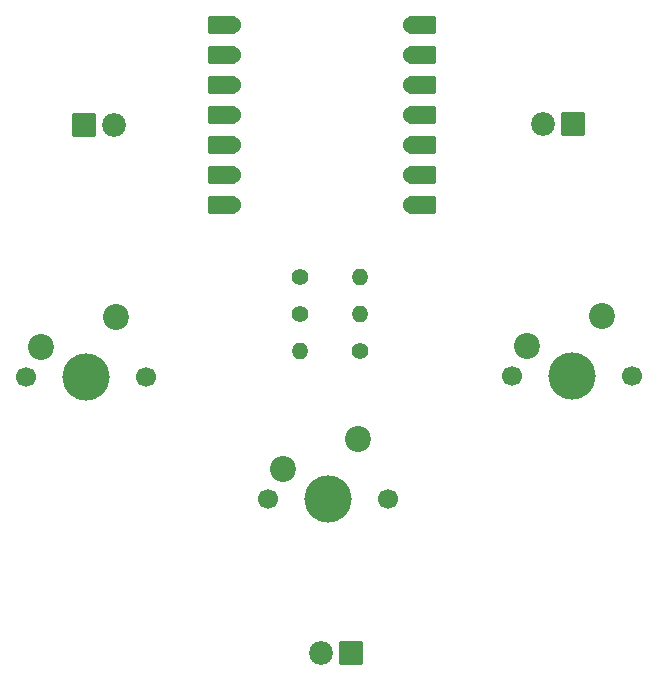
<source format=gbr>
%TF.GenerationSoftware,KiCad,Pcbnew,9.0.3-9.0.3-0~ubuntu24.04.1*%
%TF.CreationDate,2025-07-24T15:31:40-04:00*%
%TF.ProjectId,pathfinder,70617468-6669-46e6-9465-722e6b696361,rev?*%
%TF.SameCoordinates,Original*%
%TF.FileFunction,Soldermask,Top*%
%TF.FilePolarity,Negative*%
%FSLAX46Y46*%
G04 Gerber Fmt 4.6, Leading zero omitted, Abs format (unit mm)*
G04 Created by KiCad (PCBNEW 9.0.3-9.0.3-0~ubuntu24.04.1) date 2025-07-24 15:31:40*
%MOMM*%
%LPD*%
G01*
G04 APERTURE LIST*
G04 Aperture macros list*
%AMRoundRect*
0 Rectangle with rounded corners*
0 $1 Rounding radius*
0 $2 $3 $4 $5 $6 $7 $8 $9 X,Y pos of 4 corners*
0 Add a 4 corners polygon primitive as box body*
4,1,4,$2,$3,$4,$5,$6,$7,$8,$9,$2,$3,0*
0 Add four circle primitives for the rounded corners*
1,1,$1+$1,$2,$3*
1,1,$1+$1,$4,$5*
1,1,$1+$1,$6,$7*
1,1,$1+$1,$8,$9*
0 Add four rect primitives between the rounded corners*
20,1,$1+$1,$2,$3,$4,$5,0*
20,1,$1+$1,$4,$5,$6,$7,0*
20,1,$1+$1,$6,$7,$8,$9,0*
20,1,$1+$1,$8,$9,$2,$3,0*%
G04 Aperture macros list end*
%ADD10C,2.019000*%
%ADD11RoundRect,0.102000X0.907500X0.907500X-0.907500X0.907500X-0.907500X-0.907500X0.907500X-0.907500X0*%
%ADD12RoundRect,0.102000X-0.907500X-0.907500X0.907500X-0.907500X0.907500X0.907500X-0.907500X0.907500X0*%
%ADD13C,1.400000*%
%ADD14O,1.400000X1.400000*%
%ADD15C,1.700000*%
%ADD16C,4.000000*%
%ADD17C,2.200000*%
%ADD18RoundRect,0.152400X1.063600X0.609600X-1.063600X0.609600X-1.063600X-0.609600X1.063600X-0.609600X0*%
%ADD19C,1.524000*%
%ADD20RoundRect,0.152400X-1.063600X-0.609600X1.063600X-0.609600X1.063600X0.609600X-1.063600X0.609600X0*%
G04 APERTURE END LIST*
D10*
%TO.C,D3*%
X202250000Y-40520000D03*
D11*
X204790000Y-40520000D03*
%TD*%
D10*
%TO.C,D1*%
X165900000Y-40640000D03*
D12*
X163360000Y-40640000D03*
%TD*%
D13*
%TO.C,R2*%
X181650000Y-56660000D03*
D14*
X186730000Y-56660000D03*
%TD*%
D10*
%TO.C,D2*%
X183450000Y-85330000D03*
D11*
X185990000Y-85330000D03*
%TD*%
D15*
%TO.C,  *%
X158420000Y-62000000D03*
D16*
X163500000Y-62000000D03*
D15*
X168580000Y-62000000D03*
D17*
X166040000Y-56920000D03*
X159690000Y-59460000D03*
%TD*%
D15*
%TO.C,  *%
X178960000Y-72330000D03*
D16*
X184040000Y-72330000D03*
D15*
X189120000Y-72330000D03*
D17*
X186580000Y-67250000D03*
X180230000Y-69790000D03*
%TD*%
D13*
%TO.C,R3*%
X186750000Y-59760000D03*
D14*
X181670000Y-59760000D03*
%TD*%
D13*
%TO.C,R1*%
X181650000Y-53510000D03*
D14*
X186730000Y-53510000D03*
%TD*%
D18*
%TO.C,  *%
X175045000Y-32148500D03*
D19*
X175880000Y-32148500D03*
D18*
X175045000Y-34688500D03*
D19*
X175880000Y-34688500D03*
D18*
X175045000Y-37228500D03*
D19*
X175880000Y-37228500D03*
D18*
X175045000Y-39768500D03*
D19*
X175880000Y-39768500D03*
D18*
X175045000Y-42308500D03*
D19*
X175880000Y-42308500D03*
D18*
X175045000Y-44848500D03*
D19*
X175880000Y-44848500D03*
D18*
X175045000Y-47388500D03*
D19*
X175880000Y-47388500D03*
X191120000Y-47388500D03*
D20*
X191955000Y-47388500D03*
D19*
X191120000Y-44848500D03*
D20*
X191955000Y-44848500D03*
D19*
X191120000Y-42308500D03*
D20*
X191955000Y-42308500D03*
D19*
X191120000Y-39768500D03*
D20*
X191955000Y-39768500D03*
D19*
X191120000Y-37228500D03*
D20*
X191955000Y-37228500D03*
D19*
X191120000Y-34688500D03*
D20*
X191955000Y-34688500D03*
D19*
X191120000Y-32148500D03*
D20*
X191955000Y-32148500D03*
%TD*%
D15*
%TO.C,  *%
X199600000Y-61880000D03*
D16*
X204680000Y-61880000D03*
D15*
X209760000Y-61880000D03*
D17*
X207220000Y-56800000D03*
X200870000Y-59340000D03*
%TD*%
M02*

</source>
